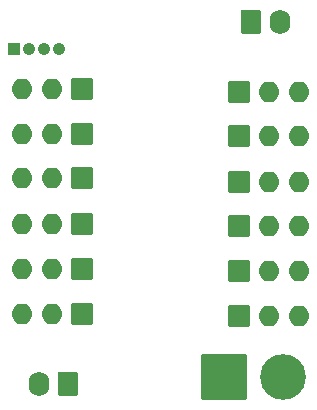
<source format=gbr>
%TF.GenerationSoftware,KiCad,Pcbnew,8.0.4-8.0.4-0~ubuntu22.04.1*%
%TF.CreationDate,2024-08-07T00:11:23+05:30*%
%TF.ProjectId,esp32Shield,65737033-3253-4686-9965-6c642e6b6963,rev?*%
%TF.SameCoordinates,Original*%
%TF.FileFunction,Soldermask,Bot*%
%TF.FilePolarity,Negative*%
%FSLAX46Y46*%
G04 Gerber Fmt 4.6, Leading zero omitted, Abs format (unit mm)*
G04 Created by KiCad (PCBNEW 8.0.4-8.0.4-0~ubuntu22.04.1) date 2024-08-07 00:11:23*
%MOMM*%
%LPD*%
G01*
G04 APERTURE LIST*
G04 Aperture macros list*
%AMRoundRect*
0 Rectangle with rounded corners*
0 $1 Rounding radius*
0 $2 $3 $4 $5 $6 $7 $8 $9 X,Y pos of 4 corners*
0 Add a 4 corners polygon primitive as box body*
4,1,4,$2,$3,$4,$5,$6,$7,$8,$9,$2,$3,0*
0 Add four circle primitives for the rounded corners*
1,1,$1+$1,$2,$3*
1,1,$1+$1,$4,$5*
1,1,$1+$1,$6,$7*
1,1,$1+$1,$8,$9*
0 Add four rect primitives between the rounded corners*
20,1,$1+$1,$2,$3,$4,$5,0*
20,1,$1+$1,$4,$5,$6,$7,0*
20,1,$1+$1,$6,$7,$8,$9,0*
20,1,$1+$1,$8,$9,$2,$3,0*%
G04 Aperture macros list end*
%ADD10RoundRect,0.038000X0.850000X-0.850000X0.850000X0.850000X-0.850000X0.850000X-0.850000X-0.850000X0*%
%ADD11O,1.776000X1.776000*%
%ADD12RoundRect,0.038000X-1.900000X-1.900000X1.900000X-1.900000X1.900000X1.900000X-1.900000X1.900000X0*%
%ADD13C,3.876000*%
%ADD14RoundRect,0.038000X-0.850000X0.850000X-0.850000X-0.850000X0.850000X-0.850000X0.850000X0.850000X0*%
%ADD15RoundRect,0.261177X-0.626823X-0.776823X0.626823X-0.776823X0.626823X0.776823X-0.626823X0.776823X0*%
%ADD16O,1.776000X2.076000*%
%ADD17RoundRect,0.261177X0.626823X0.776823X-0.626823X0.776823X-0.626823X-0.776823X0.626823X-0.776823X0*%
%ADD18RoundRect,0.038000X0.500000X-0.500000X0.500000X0.500000X-0.500000X0.500000X-0.500000X-0.500000X0*%
%ADD19O,1.076000X1.076000*%
G04 APERTURE END LIST*
D10*
%TO.C,M10*%
X165875000Y-78250000D03*
D11*
X168415000Y-78250000D03*
X170955000Y-78250000D03*
%TD*%
D12*
%TO.C,J1*%
X164600000Y-94800000D03*
D13*
X169600000Y-94800000D03*
%TD*%
D14*
%TO.C,M2*%
X152600000Y-74200000D03*
D11*
X150060000Y-74200000D03*
X147520000Y-74200000D03*
%TD*%
D10*
%TO.C,M11*%
X165875000Y-74400000D03*
D11*
X168415000Y-74400000D03*
X170955000Y-74400000D03*
%TD*%
D14*
%TO.C,M6*%
X152600000Y-89400000D03*
D11*
X150060000Y-89400000D03*
X147520000Y-89400000D03*
%TD*%
D10*
%TO.C,M8*%
X165875000Y-85800000D03*
D11*
X168415000Y-85800000D03*
X170955000Y-85800000D03*
%TD*%
D15*
%TO.C,J4*%
X166900000Y-64675000D03*
D16*
X169400000Y-64675000D03*
%TD*%
D14*
%TO.C,M5*%
X152600000Y-85600000D03*
D11*
X150060000Y-85600000D03*
X147520000Y-85600000D03*
%TD*%
D10*
%TO.C,M9*%
X165920000Y-82000000D03*
D11*
X168460000Y-82000000D03*
X171000000Y-82000000D03*
%TD*%
D14*
%TO.C,M3*%
X152600000Y-77950000D03*
D11*
X150060000Y-77950000D03*
X147520000Y-77950000D03*
%TD*%
D10*
%TO.C,M7*%
X165875000Y-89600000D03*
D11*
X168415000Y-89600000D03*
X170955000Y-89600000D03*
%TD*%
D14*
%TO.C,M4*%
X152600000Y-81800000D03*
D11*
X150060000Y-81800000D03*
X147520000Y-81800000D03*
%TD*%
D10*
%TO.C,M12*%
X165875000Y-70600000D03*
D11*
X168415000Y-70600000D03*
X170955000Y-70600000D03*
%TD*%
D17*
%TO.C,J3*%
X151450000Y-95400000D03*
D16*
X148950000Y-95400000D03*
%TD*%
D14*
%TO.C,M1*%
X152600000Y-70400000D03*
D11*
X150060000Y-70400000D03*
X147520000Y-70400000D03*
%TD*%
D18*
%TO.C,J2*%
X146850000Y-66960000D03*
D19*
X148120000Y-66960000D03*
X149390000Y-66960000D03*
X150660000Y-66960000D03*
%TD*%
M02*

</source>
